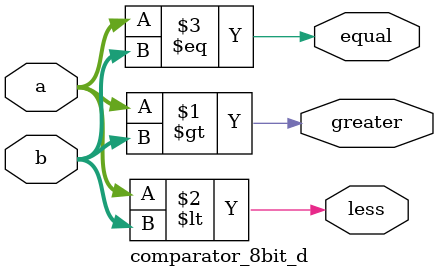
<source format=v>
module comparator_8bit_d(
    input wire [7:0] a,
    input wire [7:0] b,
    output greater,
    output less,
    output equal
);

    assign greater = (a > b);
    assign less    = (a < b);
    assign equal  = (a == b);    

endmodule


</source>
